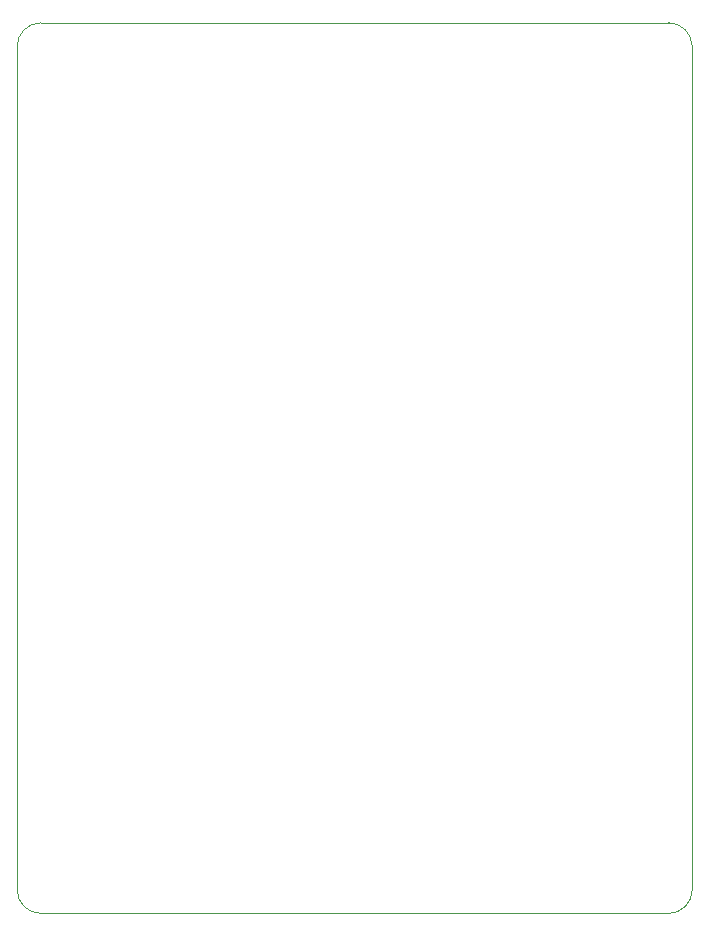
<source format=gm1>
%TF.GenerationSoftware,KiCad,Pcbnew,8.0.4*%
%TF.CreationDate,2024-07-27T19:33:33+02:00*%
%TF.ProjectId,pcb_macropad,7063625f-6d61-4637-926f-7061642e6b69,rev?*%
%TF.SameCoordinates,Original*%
%TF.FileFunction,Profile,NP*%
%FSLAX46Y46*%
G04 Gerber Fmt 4.6, Leading zero omitted, Abs format (unit mm)*
G04 Created by KiCad (PCBNEW 8.0.4) date 2024-07-27 19:33:33*
%MOMM*%
%LPD*%
G01*
G04 APERTURE LIST*
%TA.AperFunction,Profile*%
%ADD10C,0.050000*%
%TD*%
G04 APERTURE END LIST*
D10*
X113347500Y-106902500D02*
G75*
G02*
X111347500Y-108902500I-2000000J0D01*
G01*
X111347500Y-108902500D02*
X58197500Y-108902500D01*
X58197500Y-33496250D02*
X111347500Y-33496250D01*
X56197500Y-106902500D02*
X56197500Y-35496250D01*
X113347500Y-35496250D02*
X113347500Y-106902500D01*
X58197500Y-108902500D02*
G75*
G02*
X56197500Y-106902500I0J2000000D01*
G01*
X56197500Y-35496250D02*
G75*
G02*
X58197500Y-33496300I1999900J50D01*
G01*
X111347500Y-33496250D02*
G75*
G02*
X113347450Y-35496250I0J-1999950D01*
G01*
M02*

</source>
